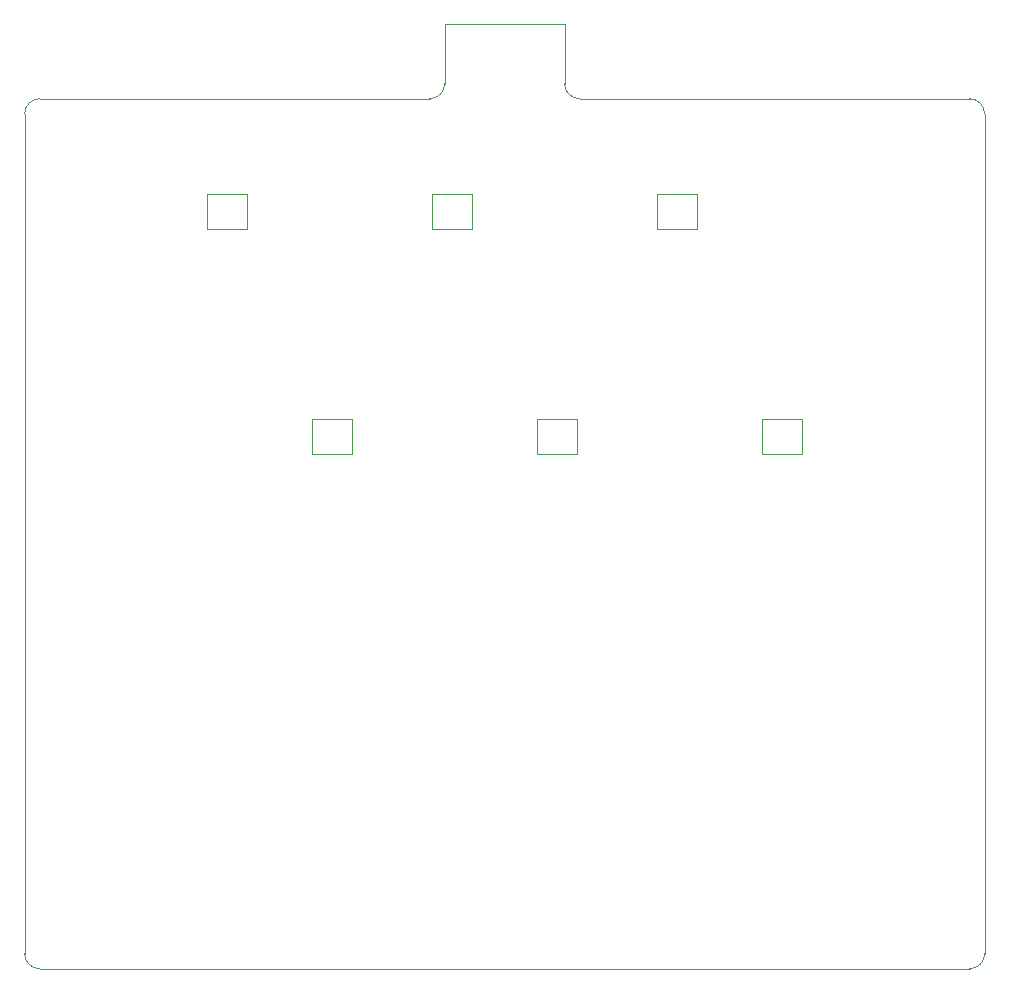
<source format=gbr>
%TF.GenerationSoftware,KiCad,Pcbnew,(6.0.5)*%
%TF.CreationDate,2022-05-30T19:57:48+07:00*%
%TF.ProjectId,atelier-alter,6174656c-6965-4722-9d61-6c7465722e6b,rev?*%
%TF.SameCoordinates,Original*%
%TF.FileFunction,Profile,NP*%
%FSLAX46Y46*%
G04 Gerber Fmt 4.6, Leading zero omitted, Abs format (unit mm)*
G04 Created by KiCad (PCBNEW (6.0.5)) date 2022-05-30 19:57:48*
%MOMM*%
%LPD*%
G01*
G04 APERTURE LIST*
%TA.AperFunction,Profile*%
%ADD10C,0.100000*%
%TD*%
%TA.AperFunction,Profile*%
%ADD11C,0.010000*%
%TD*%
G04 APERTURE END LIST*
D10*
X163855100Y-60960000D02*
X196850000Y-60960000D01*
X152400000Y-54610000D02*
X162560000Y-54610000D01*
X198120000Y-62230000D02*
X198120000Y-133350050D01*
X196850000Y-134620000D02*
G75*
G03*
X198120000Y-133350050I0J1270000D01*
G01*
X118110000Y-134620000D02*
X196850000Y-134620000D01*
X118110000Y-60960000D02*
X151130000Y-60960000D01*
X198120000Y-62230000D02*
G75*
G03*
X196850000Y-60960000I-1270000J0D01*
G01*
X152400000Y-54610000D02*
X152400000Y-59690000D01*
X162559752Y-59690000D02*
G75*
G03*
X163855100Y-60960000I1270248J0D01*
G01*
X116840000Y-133350000D02*
G75*
G03*
X118110000Y-134620000I1270000J0D01*
G01*
X116840000Y-133350000D02*
X116840000Y-62230000D01*
X118110000Y-60960000D02*
G75*
G03*
X116840000Y-62230000I0J-1270000D01*
G01*
X162560000Y-54610000D02*
X162560000Y-59690000D01*
X151130000Y-60960000D02*
G75*
G03*
X152400000Y-59690000I0J1270000D01*
G01*
%TO.C,MX6*%
D11*
X182675000Y-91065000D02*
X179275000Y-91065000D01*
X179275000Y-88065000D01*
X182675000Y-88065000D01*
X182675000Y-91065000D01*
%TO.C,MX5*%
X163625000Y-91065000D02*
X160225000Y-91065000D01*
X160225000Y-88065000D01*
X163625000Y-88065000D01*
X163625000Y-91065000D01*
%TO.C,MX4*%
X144575000Y-91065000D02*
X141175000Y-91065000D01*
X141175000Y-88065000D01*
X144575000Y-88065000D01*
X144575000Y-91065000D01*
%TO.C,MX3*%
X173785000Y-72015000D02*
X170385000Y-72015000D01*
X170385000Y-69015000D01*
X173785000Y-69015000D01*
X173785000Y-72015000D01*
%TO.C,MX1*%
X135685000Y-72015000D02*
X132285000Y-72015000D01*
X132285000Y-69015000D01*
X135685000Y-69015000D01*
X135685000Y-72015000D01*
%TO.C,MX2*%
X154735000Y-72015000D02*
X151335000Y-72015000D01*
X151335000Y-69015000D01*
X154735000Y-69015000D01*
X154735000Y-72015000D01*
%TD*%
M02*

</source>
